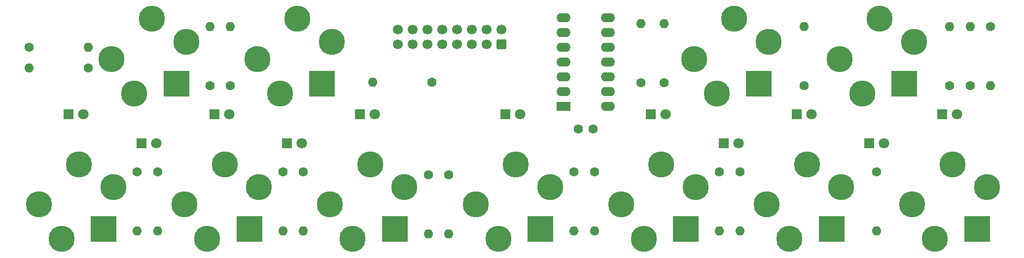
<source format=gbr>
G04 #@! TF.GenerationSoftware,KiCad,Pcbnew,(6.0.5)*
G04 #@! TF.CreationDate,2022-06-09T22:17:25-05:00*
G04 #@! TF.ProjectId,KosmoPulseMain,4b6f736d-6f50-4756-9c73-654d61696e2e,rev?*
G04 #@! TF.SameCoordinates,Original*
G04 #@! TF.FileFunction,Soldermask,Top*
G04 #@! TF.FilePolarity,Negative*
%FSLAX46Y46*%
G04 Gerber Fmt 4.6, Leading zero omitted, Abs format (unit mm)*
G04 Created by KiCad (PCBNEW (6.0.5)) date 2022-06-09 22:17:25*
%MOMM*%
%LPD*%
G01*
G04 APERTURE LIST*
G04 Aperture macros list*
%AMRoundRect*
0 Rectangle with rounded corners*
0 $1 Rounding radius*
0 $2 $3 $4 $5 $6 $7 $8 $9 X,Y pos of 4 corners*
0 Add a 4 corners polygon primitive as box body*
4,1,4,$2,$3,$4,$5,$6,$7,$8,$9,$2,$3,0*
0 Add four circle primitives for the rounded corners*
1,1,$1+$1,$2,$3*
1,1,$1+$1,$4,$5*
1,1,$1+$1,$6,$7*
1,1,$1+$1,$8,$9*
0 Add four rect primitives between the rounded corners*
20,1,$1+$1,$2,$3,$4,$5,0*
20,1,$1+$1,$4,$5,$6,$7,0*
20,1,$1+$1,$6,$7,$8,$9,0*
20,1,$1+$1,$8,$9,$2,$3,0*%
G04 Aperture macros list end*
%ADD10R,1.800000X1.800000*%
%ADD11C,1.800000*%
%ADD12C,4.500001*%
%ADD13R,4.500001X4.500001*%
%ADD14C,4.500000*%
%ADD15C,1.600000*%
%ADD16O,1.600000X1.600000*%
%ADD17RoundRect,0.250000X0.600000X-0.600000X0.600000X0.600000X-0.600000X0.600000X-0.600000X-0.600000X0*%
%ADD18C,1.700000*%
%ADD19R,2.400000X1.600000*%
%ADD20O,2.400000X1.600000*%
G04 APERTURE END LIST*
D10*
X86225000Y-127500000D03*
D11*
X88765000Y-127500000D03*
D12*
X125500000Y-131100000D03*
X131400000Y-135000000D03*
D13*
X129740000Y-142240000D03*
D14*
X118600000Y-138000000D03*
X122500000Y-143900000D03*
D10*
X148725000Y-122500000D03*
D11*
X151265000Y-122500000D03*
D12*
X75500000Y-131100000D03*
X81400000Y-135000000D03*
D13*
X79740000Y-142240000D03*
D14*
X68600000Y-138000000D03*
X72500000Y-143900000D03*
D12*
X100500000Y-131100000D03*
X106400000Y-135000000D03*
D13*
X104740000Y-142240000D03*
D14*
X93600000Y-138000000D03*
X97500000Y-143900000D03*
D12*
X113000000Y-106100000D03*
X118900000Y-110000000D03*
D13*
X117240000Y-117240000D03*
D14*
X106100000Y-113000000D03*
X110000000Y-118900000D03*
D10*
X173725000Y-122500000D03*
D11*
X176265000Y-122500000D03*
D12*
X88000000Y-106100000D03*
X93900000Y-110000000D03*
D13*
X92240000Y-117240000D03*
D14*
X81100000Y-113000000D03*
X85000000Y-118900000D03*
D10*
X211225000Y-127500000D03*
D11*
X213765000Y-127500000D03*
D12*
X213000000Y-106100000D03*
X218900000Y-110000000D03*
D13*
X217240000Y-117240000D03*
D14*
X206100000Y-113000000D03*
X210000000Y-118900000D03*
D12*
X188000000Y-106100000D03*
X193900000Y-110000000D03*
D13*
X192240000Y-117240000D03*
D14*
X181100000Y-113000000D03*
X185000000Y-118900000D03*
D10*
X223725000Y-122500000D03*
D11*
X226265000Y-122500000D03*
D10*
X186225000Y-127500000D03*
D11*
X188765000Y-127500000D03*
D12*
X150500000Y-131100000D03*
X156400000Y-135000000D03*
D13*
X154740000Y-142240000D03*
D14*
X143600000Y-138000000D03*
X147500000Y-143900000D03*
D10*
X98725000Y-122500000D03*
D11*
X101265000Y-122500000D03*
D10*
X111225000Y-127500000D03*
D11*
X113765000Y-127500000D03*
D12*
X175500000Y-131100000D03*
X181400000Y-135000000D03*
D13*
X179740000Y-142240000D03*
D14*
X168600000Y-138000000D03*
X172500000Y-143900000D03*
D12*
X200500000Y-131100000D03*
X206400000Y-135000000D03*
D13*
X204740000Y-142240000D03*
D14*
X193600000Y-138000000D03*
X197500000Y-143900000D03*
D12*
X225500000Y-131100000D03*
X231400000Y-135000000D03*
D13*
X229740000Y-142240000D03*
D14*
X218600000Y-138000000D03*
X222500000Y-143900000D03*
D10*
X73725000Y-122500000D03*
D11*
X76265000Y-122500000D03*
D10*
X198725000Y-122500000D03*
D11*
X201265000Y-122500000D03*
D10*
X123725000Y-122500000D03*
D11*
X126265000Y-122500000D03*
D15*
X85500000Y-132420000D03*
D16*
X85500000Y-142580000D03*
D15*
X66920000Y-111000000D03*
D16*
X77080000Y-111000000D03*
D15*
X185500000Y-132420000D03*
D16*
X185500000Y-142580000D03*
D15*
X164000000Y-132420000D03*
D16*
X164000000Y-142580000D03*
D15*
X232000000Y-107420000D03*
D16*
X232000000Y-117580000D03*
D15*
X225000000Y-117580000D03*
D16*
X225000000Y-107420000D03*
D15*
X189000000Y-132420000D03*
D16*
X189000000Y-142580000D03*
D15*
X101500000Y-117580000D03*
D16*
X101500000Y-107420000D03*
D15*
X89000000Y-132420000D03*
D16*
X89000000Y-142580000D03*
D15*
X77080000Y-114500000D03*
D16*
X66920000Y-114500000D03*
D15*
X135500000Y-132920000D03*
D16*
X135500000Y-143080000D03*
D15*
X200000000Y-117580000D03*
D16*
X200000000Y-107420000D03*
D15*
X228580000Y-117580000D03*
D16*
X228580000Y-107420000D03*
D15*
X114000000Y-132420000D03*
D16*
X114000000Y-142580000D03*
D15*
X212500000Y-132420000D03*
D16*
X212500000Y-142580000D03*
D17*
X148000000Y-110500000D03*
D18*
X148000000Y-107960000D03*
X145460000Y-110500000D03*
X145460000Y-107960000D03*
X142920000Y-110500000D03*
X142920000Y-107960000D03*
X140380000Y-110500000D03*
X140380000Y-107960000D03*
X137840000Y-110500000D03*
X137840000Y-107960000D03*
X135300000Y-110500000D03*
X135300000Y-107960000D03*
X132760000Y-110500000D03*
X132760000Y-107960000D03*
X130220000Y-110500000D03*
X130220000Y-107960000D03*
D15*
X110500000Y-132420000D03*
D16*
X110500000Y-142580000D03*
D19*
X158700000Y-121125000D03*
D20*
X158700000Y-118585000D03*
X158700000Y-116045000D03*
X158700000Y-113505000D03*
X158700000Y-110965000D03*
X158700000Y-108425000D03*
X158700000Y-105885000D03*
X166320000Y-105885000D03*
X166320000Y-108425000D03*
X166320000Y-110965000D03*
X166320000Y-113505000D03*
X166320000Y-116045000D03*
X166320000Y-118585000D03*
X166320000Y-121125000D03*
D15*
X136080000Y-117000000D03*
D16*
X125920000Y-117000000D03*
D15*
X163750000Y-125000000D03*
X161250000Y-125000000D03*
X160500000Y-132420000D03*
D16*
X160500000Y-142580000D03*
D15*
X98000000Y-117580000D03*
D16*
X98000000Y-107420000D03*
D15*
X176000000Y-117080000D03*
D16*
X176000000Y-106920000D03*
D15*
X139000000Y-132920000D03*
D16*
X139000000Y-143080000D03*
D15*
X172000000Y-117080000D03*
D16*
X172000000Y-106920000D03*
M02*

</source>
